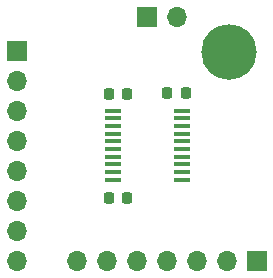
<source format=gbr>
%TF.GenerationSoftware,KiCad,Pcbnew,8.0.6-1.fc41*%
%TF.CreationDate,2024-12-07T12:30:28-05:00*%
%TF.ProjectId,AD5676_breakout,41443536-3736-45f6-9272-65616b6f7574,rev?*%
%TF.SameCoordinates,Original*%
%TF.FileFunction,Soldermask,Top*%
%TF.FilePolarity,Negative*%
%FSLAX46Y46*%
G04 Gerber Fmt 4.6, Leading zero omitted, Abs format (unit mm)*
G04 Created by KiCad (PCBNEW 8.0.6-1.fc41) date 2024-12-07 12:30:28*
%MOMM*%
%LPD*%
G01*
G04 APERTURE LIST*
G04 Aperture macros list*
%AMRoundRect*
0 Rectangle with rounded corners*
0 $1 Rounding radius*
0 $2 $3 $4 $5 $6 $7 $8 $9 X,Y pos of 4 corners*
0 Add a 4 corners polygon primitive as box body*
4,1,4,$2,$3,$4,$5,$6,$7,$8,$9,$2,$3,0*
0 Add four circle primitives for the rounded corners*
1,1,$1+$1,$2,$3*
1,1,$1+$1,$4,$5*
1,1,$1+$1,$6,$7*
1,1,$1+$1,$8,$9*
0 Add four rect primitives between the rounded corners*
20,1,$1+$1,$2,$3,$4,$5,0*
20,1,$1+$1,$4,$5,$6,$7,0*
20,1,$1+$1,$6,$7,$8,$9,0*
20,1,$1+$1,$8,$9,$2,$3,0*%
G04 Aperture macros list end*
%ADD10R,1.700000X1.700000*%
%ADD11O,1.700000X1.700000*%
%ADD12R,1.475000X0.450000*%
%ADD13RoundRect,0.225000X0.225000X0.250000X-0.225000X0.250000X-0.225000X-0.250000X0.225000X-0.250000X0*%
%ADD14C,4.700000*%
%ADD15RoundRect,0.225000X-0.225000X-0.250000X0.225000X-0.250000X0.225000X0.250000X-0.225000X0.250000X0*%
G04 APERTURE END LIST*
D10*
%TO.C,J2*%
X159820000Y-106200000D03*
D11*
X157280000Y-106200000D03*
X154740000Y-106200000D03*
X152200000Y-106200000D03*
X149660000Y-106200000D03*
X147120000Y-106200000D03*
X144580000Y-106200000D03*
%TD*%
D12*
%TO.C,IC1*%
X147624000Y-93450000D03*
X147624000Y-94100000D03*
X147624000Y-94750000D03*
X147624000Y-95400000D03*
X147624000Y-96050000D03*
X147624000Y-96700000D03*
X147624000Y-97350000D03*
X147624000Y-98000000D03*
X147624000Y-98650000D03*
X147624000Y-99300000D03*
X153500000Y-99300000D03*
X153500000Y-98650000D03*
X153500000Y-98000000D03*
X153500000Y-97350000D03*
X153500000Y-96700000D03*
X153500000Y-96050000D03*
X153500000Y-95400000D03*
X153500000Y-94750000D03*
X153500000Y-94100000D03*
X153500000Y-93450000D03*
%TD*%
D13*
%TO.C,C3*%
X148844000Y-100838000D03*
X147294000Y-100838000D03*
%TD*%
D14*
%TO.C,H1*%
X157500000Y-88500000D03*
%TD*%
D10*
%TO.C,J1*%
X139500000Y-88420000D03*
D11*
X139500000Y-90960000D03*
X139500000Y-93500000D03*
X139500000Y-96040000D03*
X139500000Y-98580000D03*
X139500000Y-101120000D03*
X139500000Y-103660000D03*
X139500000Y-106200000D03*
%TD*%
D15*
%TO.C,C2*%
X152260000Y-91948000D03*
X153810000Y-91948000D03*
%TD*%
D13*
%TO.C,C1*%
X148844000Y-92000000D03*
X147294000Y-92000000D03*
%TD*%
D10*
%TO.C,J3*%
X150540000Y-85490000D03*
D11*
X153080000Y-85490000D03*
%TD*%
M02*

</source>
